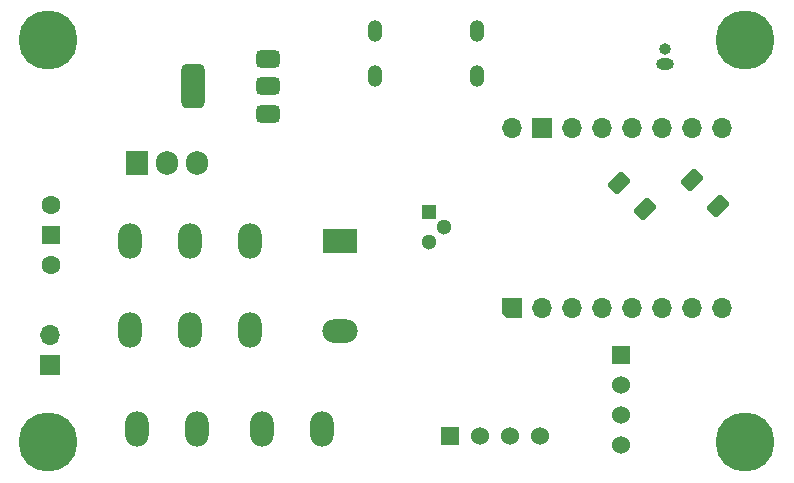
<source format=gbr>
%TF.GenerationSoftware,KiCad,Pcbnew,8.0.4*%
%TF.CreationDate,2024-07-30T00:45:45-04:00*%
%TF.ProjectId,ESP32-C3-WROOM-Node-Temperature,45535033-322d-4433-932d-57524f4f4d2d,rev?*%
%TF.SameCoordinates,Original*%
%TF.FileFunction,Soldermask,Bot*%
%TF.FilePolarity,Negative*%
%FSLAX46Y46*%
G04 Gerber Fmt 4.6, Leading zero omitted, Abs format (unit mm)*
G04 Created by KiCad (PCBNEW 8.0.4) date 2024-07-30 00:45:45*
%MOMM*%
%LPD*%
G01*
G04 APERTURE LIST*
G04 Aperture macros list*
%AMRoundRect*
0 Rectangle with rounded corners*
0 $1 Rounding radius*
0 $2 $3 $4 $5 $6 $7 $8 $9 X,Y pos of 4 corners*
0 Add a 4 corners polygon primitive as box body*
4,1,4,$2,$3,$4,$5,$6,$7,$8,$9,$2,$3,0*
0 Add four circle primitives for the rounded corners*
1,1,$1+$1,$2,$3*
1,1,$1+$1,$4,$5*
1,1,$1+$1,$6,$7*
1,1,$1+$1,$8,$9*
0 Add four rect primitives between the rounded corners*
20,1,$1+$1,$2,$3,$4,$5,0*
20,1,$1+$1,$4,$5,$6,$7,0*
20,1,$1+$1,$6,$7,$8,$9,0*
20,1,$1+$1,$8,$9,$2,$3,0*%
%AMOutline5P*
0 Free polygon, 5 corners , with rotation*
0 The origin of the aperture is its center*
0 number of corners: always 5*
0 $1 to $10 corner X, Y*
0 $11 Rotation angle, in degrees counterclockwise*
0 create outline with 5 corners*
4,1,5,$1,$2,$3,$4,$5,$6,$7,$8,$9,$10,$1,$2,$11*%
%AMOutline6P*
0 Free polygon, 6 corners , with rotation*
0 The origin of the aperture is its center*
0 number of corners: always 6*
0 $1 to $12 corner X, Y*
0 $13 Rotation angle, in degrees counterclockwise*
0 create outline with 6 corners*
4,1,6,$1,$2,$3,$4,$5,$6,$7,$8,$9,$10,$11,$12,$1,$2,$13*%
%AMOutline7P*
0 Free polygon, 7 corners , with rotation*
0 The origin of the aperture is its center*
0 number of corners: always 7*
0 $1 to $14 corner X, Y*
0 $15 Rotation angle, in degrees counterclockwise*
0 create outline with 7 corners*
4,1,7,$1,$2,$3,$4,$5,$6,$7,$8,$9,$10,$11,$12,$13,$14,$1,$2,$15*%
%AMOutline8P*
0 Free polygon, 8 corners , with rotation*
0 The origin of the aperture is its center*
0 number of corners: always 8*
0 $1 to $16 corner X, Y*
0 $17 Rotation angle, in degrees counterclockwise*
0 create outline with 8 corners*
4,1,8,$1,$2,$3,$4,$5,$6,$7,$8,$9,$10,$11,$12,$13,$14,$15,$16,$1,$2,$17*%
G04 Aperture macros list end*
%ADD10O,1.252400X1.852400*%
%ADD11R,1.300000X1.300000*%
%ADD12C,1.300000*%
%ADD13O,2.000000X3.000000*%
%ADD14R,1.524000X1.524000*%
%ADD15C,1.524000*%
%ADD16R,1.700000X1.700000*%
%ADD17O,1.700000X1.700000*%
%ADD18Outline5P,-0.850000X0.425000X-0.425000X0.850000X0.850000X0.850000X0.850000X-0.850000X-0.850000X-0.850000X90.000000*%
%ADD19C,5.000000*%
%ADD20R,1.905000X2.000000*%
%ADD21O,1.905000X2.000000*%
%ADD22R,3.000000X2.000000*%
%ADD23O,3.000000X2.000000*%
%ADD24O,1.500000X1.000000*%
%ADD25O,1.000000X1.000000*%
%ADD26R,1.500000X1.500000*%
%ADD27C,1.600000*%
%ADD28RoundRect,0.250000X-0.724784X-0.159099X-0.159099X-0.724784X0.724784X0.159099X0.159099X0.724784X0*%
%ADD29RoundRect,0.375000X0.625000X0.375000X-0.625000X0.375000X-0.625000X-0.375000X0.625000X-0.375000X0*%
%ADD30RoundRect,0.500000X0.500000X1.400000X-0.500000X1.400000X-0.500000X-1.400000X0.500000X-1.400000X0*%
%ADD31RoundRect,0.250000X0.724784X0.159099X0.159099X0.724784X-0.724784X-0.159099X-0.159099X-0.724784X0*%
G04 APERTURE END LIST*
D10*
%TO.C,J5*%
X149920000Y-61520000D03*
X141280000Y-61520000D03*
X149920000Y-65320000D03*
X141280000Y-65320000D03*
%TD*%
D11*
%TO.C,Q1*%
X145830000Y-76830000D03*
D12*
X147100000Y-78100000D03*
X145830000Y-79370000D03*
%TD*%
D13*
%TO.C,J3*%
X121100000Y-95200000D03*
X126180000Y-95200000D03*
%TD*%
D14*
%TO.C,J4*%
X147600000Y-95800000D03*
D15*
X155220000Y-95800000D03*
X152680000Y-95800000D03*
X150140000Y-95800000D03*
%TD*%
D14*
%TO.C,U3*%
X162100000Y-88960000D03*
D15*
X162100000Y-91500000D03*
X162100000Y-94040000D03*
X162100000Y-96580000D03*
%TD*%
D16*
%TO.C,J1*%
X113775000Y-89750000D03*
D17*
X113775000Y-87210000D03*
%TD*%
D18*
%TO.C,U1*%
X152840000Y-84920000D03*
D17*
X155380000Y-84920000D03*
X157920000Y-84920000D03*
X160460000Y-84920000D03*
X163000000Y-84920000D03*
X165540000Y-84920000D03*
X168080000Y-84920000D03*
X170620000Y-84920000D03*
X170620000Y-69680000D03*
X168080000Y-69680000D03*
X165540000Y-69680000D03*
X163000000Y-69680000D03*
X160460000Y-69680000D03*
X157920000Y-69680000D03*
D16*
X155380000Y-69680000D03*
D17*
X152840000Y-69680000D03*
%TD*%
D19*
%TO.C,H1*%
X113600000Y-62300000D03*
X113600000Y-96300000D03*
X172600000Y-96300000D03*
X172600000Y-62300000D03*
%TD*%
D20*
%TO.C,U4*%
X121060000Y-72645000D03*
D21*
X123600000Y-72645000D03*
X126140000Y-72645000D03*
%TD*%
D13*
%TO.C,J2*%
X131700000Y-95200000D03*
X136780000Y-95200000D03*
%TD*%
%TO.C,K1*%
X125600000Y-79300000D03*
X130680000Y-79300000D03*
X120520000Y-79300000D03*
X125600000Y-86800000D03*
X130680000Y-86800000D03*
X120520000Y-86800000D03*
D22*
X138300000Y-79300000D03*
D23*
X138300000Y-86920000D03*
%TD*%
D24*
%TO.C,R2*%
X165800000Y-64270000D03*
D25*
X165800000Y-63000000D03*
%TD*%
D26*
%TO.C,SW1*%
X113800000Y-78760000D03*
D27*
X113800000Y-76220000D03*
X113800000Y-81300000D03*
%TD*%
D28*
%TO.C,R1*%
X161903984Y-74403984D03*
X164096016Y-76596016D03*
%TD*%
D29*
%TO.C,U2*%
X132150000Y-63900000D03*
X132150000Y-66200000D03*
X132150000Y-68500000D03*
D30*
X125850000Y-66200000D03*
%TD*%
D31*
%TO.C,R3*%
X170296016Y-76296016D03*
X168103984Y-74103984D03*
%TD*%
M02*

</source>
